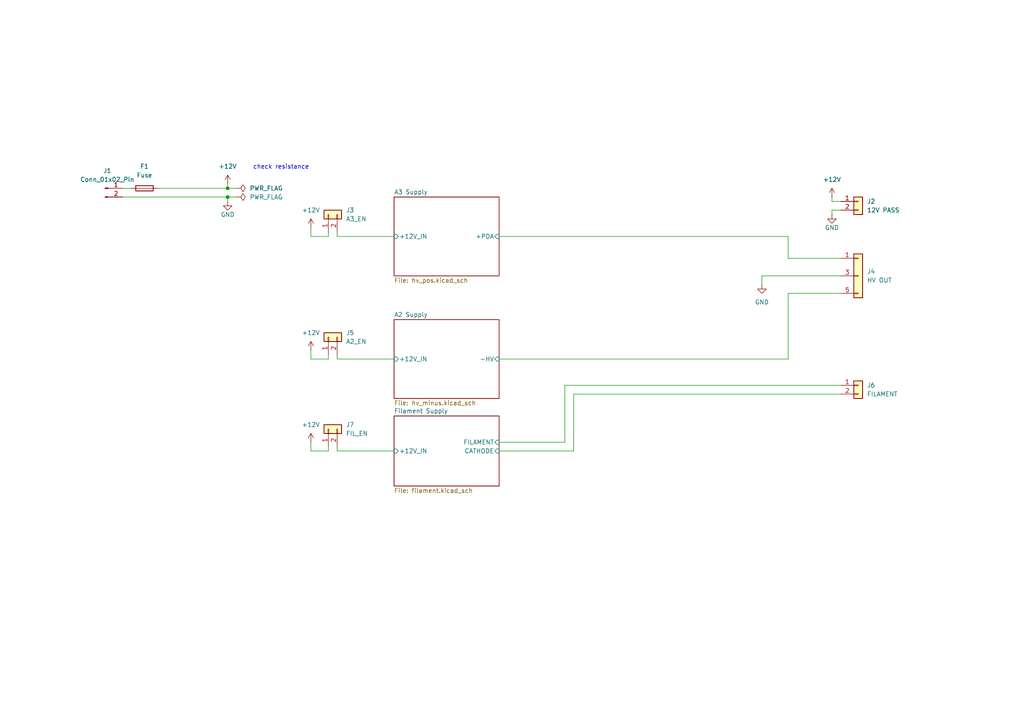
<source format=kicad_sch>
(kicad_sch (version 20250114) (generator "eeschema") (generator_version "9.0")
  (paper "A4")
  (lib_symbols
    (symbol "Connector:Conn_01x02_Pin" (pin_names (offset 1.016) (hide yes))
      (property "Reference" "J" (at 0 2.54 0))
      (property "Value" "Conn_01x02_Pin" (at 0 -5.08 0))
      (symbol "Conn_01x02_Pin_1_1"
        (rectangle (start 0.8636 0.127) (end 0 -0.127) (stroke (width 0.1524)) (fill (type outline)))
        (rectangle (start 0.8636 -2.413) (end 0 -2.667) (stroke (width 0.1524)) (fill (type outline)))
        (polyline (pts (xy 1.27 0) (xy 0.8636 0)) (stroke (width 0.1524)))
        (polyline (pts (xy 1.27 -2.54) (xy 0.8636 -2.54)) (stroke (width 0.1524)))
        (pin passive line (at 5.08 0 180) (length 3.81) (name "Pin_1") (number "1"))
        (pin passive line (at 5.08 -2.54 180) (length 3.81) (name "Pin_2") (number "2"))
      )
    )
    (symbol "Connector_Generic:Conn_01x02" (pin_names (offset 1.016) (hide yes))
      (property "Reference" "J" (at 0 2.54 0))
      (property "Value" "Conn_01x02" (at 0 -5.08 0))
      (symbol "Conn_01x02_1_1"
        (rectangle (start -1.27 1.27) (end 1.27 -3.81) (stroke (width 0.254)) (fill (type background)))
        (rectangle (start -1.27 0.127) (end 0 -0.127) (stroke (width 0.1524)))
        (rectangle (start -1.27 -2.413) (end 0 -2.667) (stroke (width 0.1524)))
        (pin passive line (at -5.08 0 0) (length 3.81) (name "Pin_1") (number "1"))
        (pin passive line (at -5.08 -2.54 0) (length 3.81) (name "Pin_2") (number "2"))
      )
    )
    (symbol "Connector_Generic:Conn_01x05_3P_SP" (pin_names (offset 1.016) (hide yes))
      (property "Reference" "J" (at 0 7.62 0))
      (property "Value" "Conn_01x05" (at 0 -7.62 0))
      (symbol "Conn_01x05_3P_SP_1_1"
        (rectangle (start -1.27 6.35) (end 1.27 -6.35) (stroke (width 0.254)) (fill (type background)))
        (rectangle (start -1.27 5.207) (end 0 4.953) (stroke (width 0.1524)))
        (rectangle (start -1.27 0.127) (end 0 -0.127) (stroke (width 0.1524)))
        (rectangle (start -1.27 -4.953) (end 0 -5.207) (stroke (width 0.1524)))
        (pin passive line (at -5.08 5.08 0) (length 3.81) (name "Pin_1") (number "1"))
        (pin passive line (at -5.08 0 0) (length 3.81) (name "Pin_3") (number "3"))
        (pin passive line (at -5.08 -5.08 0) (length 3.81) (name "Pin_5") (number "5"))
      )
    )
    (symbol "Device:Fuse" (pin_numbers (hide yes)) (pin_names (offset 0))
      (property "Reference" "F" (at 2.032 0 90))
      (property "Value" "Fuse" (at -1.905 0 90))
      (symbol "Fuse_0_1"
        (rectangle (start -0.762 -2.54) (end 0.762 2.54) (stroke (width 0.254)))
        (polyline (pts (xy 0 2.54) (xy 0 -2.54)))
      )
      (symbol "Fuse_1_1"
        (pin passive line (at 0 3.81 270) (length 1.27) (name "~") (number "1"))
        (pin passive line (at 0 -3.81 90) (length 1.27) (name "~") (number "2"))
      )
    )
    (symbol "power:+12V" (power) (pin_numbers (hide yes)) (pin_names (offset 0) (hide yes))
      (property "Value" "+12V" (at 0 3.556 0))
      (symbol "+12V_0_1"
        (polyline (pts (xy -0.762 1.27) (xy 0 2.54)))
        (polyline (pts (xy 0 2.54) (xy 0.762 1.27)))
        (polyline (pts (xy 0 0) (xy 0 2.54)))
      )
      (symbol "+12V_1_1"
        (pin power_in line (at 0 0 90) (length 0) (name "~") (number "1"))
      )
    )
    (symbol "power:GND" (power) (pin_numbers (hide yes)) (pin_names (offset 0) (hide yes))
      (property "Value" "GND" (at 0 -3.81 0))
      (symbol "GND_0_1"
        (polyline (pts (xy 0 0) (xy 0 -1.27) (xy 1.27 -1.27) (xy 0 -2.54) (xy -1.27 -1.27) (xy 0 -1.27)))
      )
      (symbol "GND_1_1"
        (pin power_in line (at 0 0 270) (length 0) (name "~") (number "1"))
      )
    )
    (symbol "power:PWR_FLAG" (power) (pin_numbers (hide yes)) (pin_names (offset 0) (hide yes))
      (property "Value" "PWR_FLAG" (at 0 3.81 0))
      (symbol "PWR_FLAG_0_0"
        (pin power_out line (at 0 0 90) (length 0) (name "~") (number "1"))
      )
      (symbol "PWR_FLAG_0_1"
        (polyline (pts (xy 0 0) (xy 0 1.27) (xy -1.016 1.905) (xy 0 2.54) (xy 1.016 1.905) (xy 0 1.27)))
      )
    )
  )
  (text "check resistance" (at 81.534 48.514 0) (effects (font (size 1.27 1.27))))
  (junction (at 66.04 57.15))
  (junction (at 66.04 54.61))
  (wire (pts (xy 90.17 101.6) (xy 90.17 104.14)))
  (wire (pts (xy 220.98 82.55) (xy 220.98 80.01)))
  (wire (pts (xy 163.83 111.76) (xy 243.84 111.76)))
  (wire (pts (xy 97.79 130.81) (xy 114.3 130.81)))
  (wire (pts (xy 95.25 102.87) (xy 95.25 104.14)))
  (wire (pts (xy 97.79 130.81) (xy 97.79 129.54)))
  (wire (pts (xy 163.83 128.27) (xy 163.83 111.76)))
  (wire (pts (xy 241.3 60.96) (xy 243.84 60.96)))
  (wire (pts (xy 95.25 130.81) (xy 90.17 130.81)))
  (wire (pts (xy 228.6 74.93) (xy 243.84 74.93)))
  (wire (pts (xy 97.79 68.58) (xy 114.3 68.58)))
  (wire (pts (xy 97.79 104.14) (xy 97.79 102.87)))
  (wire (pts (xy 97.79 104.14) (xy 114.3 104.14)))
  (wire (pts (xy 228.6 85.09) (xy 243.84 85.09)))
  (wire (pts (xy 35.56 54.61) (xy 38.1 54.61)))
  (wire (pts (xy 144.78 68.58) (xy 228.6 68.58)))
  (wire (pts (xy 90.17 66.04) (xy 90.17 68.58)))
  (wire (pts (xy 90.17 128.27) (xy 90.17 130.81)))
  (wire (pts (xy 95.25 129.54) (xy 95.25 130.81)))
  (wire (pts (xy 95.25 67.31) (xy 95.25 68.58)))
  (wire (pts (xy 228.6 85.09) (xy 228.6 104.14)))
  (wire (pts (xy 220.98 80.01) (xy 243.84 80.01)))
  (wire (pts (xy 144.78 104.14) (xy 228.6 104.14)))
  (wire (pts (xy 95.25 104.14) (xy 90.17 104.14)))
  (wire (pts (xy 241.3 58.42) (xy 241.3 57.15)))
  (wire (pts (xy 144.78 130.81) (xy 166.37 130.81)))
  (wire (pts (xy 228.6 68.58) (xy 228.6 74.93)))
  (wire (pts (xy 166.37 130.81) (xy 166.37 114.3)))
  (wire (pts (xy 68.58 54.61) (xy 66.04 54.61)))
  (wire (pts (xy 45.72 54.61) (xy 66.04 54.61)))
  (wire (pts (xy 95.25 68.58) (xy 90.17 68.58)))
  (wire (pts (xy 243.84 58.42) (xy 241.3 58.42)))
  (wire (pts (xy 166.37 114.3) (xy 243.84 114.3)))
  (wire (pts (xy 241.3 60.96) (xy 241.3 62.23)))
  (wire (pts (xy 66.04 54.61) (xy 66.04 53.34)))
  (wire (pts (xy 66.04 57.15) (xy 66.04 58.42)))
  (wire (pts (xy 97.79 68.58) (xy 97.79 67.31)))
  (wire (pts (xy 66.04 57.15) (xy 68.58 57.15)))
  (wire (pts (xy 144.78 128.27) (xy 163.83 128.27)))
  (wire (pts (xy 35.56 57.15) (xy 66.04 57.15)))
  (symbol (lib_id "Device:Fuse") (at 41.91 54.61 90) (unit 1)
    (property "Reference" "F1" (at 41.91 48.26 90))
    (property "Value" "Fuse" (at 41.91 50.8 90))
    (property "Footprint" "Fuse:Fuseholder_Littelfuse_Nano2_154x" (effects (hide yes)))
    (property "Description" "Fuse" (effects (hide yes)))
  )
  (symbol (lib_id "Connector_Generic:Conn_01x02") (at 95.25 97.79 90) (unit 1)
    (property "Reference" "J5" (at 100.33 96.5199 90) (effects (justify right)))
    (property "Value" "A2_EN" (at 100.33 99.0599 90) (effects (justify right)))
    (property "Footprint" "Connector_PinHeader_2.54mm:PinHeader_1x02_P2.54mm_Vertical" (effects (hide yes)))
    (property "Description" "Generic connector, single row, 01x02, script generated (kicad-library-utils/schlib/autogen/connector/)" (effects (hide yes)))
  )
  (symbol (lib_id "Connector_Generic:Conn_01x02") (at 248.92 111.76 0) (unit 1)
    (property "Reference" "J6" (at 251.46 111.7599 0) (effects (justify left)))
    (property "Value" "FILAMENT" (at 251.46 114.2999 0) (effects (justify left)))
    (property "Footprint" "Connector_JST:JST_VH_B2P-VH-B_1x02_P3.96mm_Vertical" (effects (hide yes)))
    (property "Description" "Generic connector, single row, 01x02, script generated (kicad-library-utils/schlib/autogen/connector/)" (effects (hide yes)))
  )
  (symbol (lib_id "power:PWR_FLAG") (at 68.58 57.15 270) (unit 1)
    (property "Reference" "#FLG02" (effects (hide yes)))
    (property "Value" "PWR_FLAG" (at 72.39 57.1499 90) (effects (justify left)))
    (property "Description" "Special symbol for telling ERC where power comes from" (effects (hide yes)))
  )
  (symbol (lib_id "power:GND") (at 220.98 82.55 0) (unit 1)
    (property "Reference" "#PWR04" (effects (hide yes)))
    (property "Value" "GND" (at 220.98 87.63 0))
    (property "Description" "Power symbol creates a global label with name \"GND\" , ground" (effects (hide yes)))
  )
  (symbol (lib_id "Connector_Generic:Conn_01x02") (at 95.25 62.23 90) (unit 1)
    (property "Reference" "J3" (at 100.33 60.9599 90) (effects (justify right)))
    (property "Value" "A3_EN" (at 100.33 63.4999 90) (effects (justify right)))
    (property "Footprint" "Connector_PinHeader_2.54mm:PinHeader_1x02_P2.54mm_Vertical" (effects (hide yes)))
    (property "Description" "Generic connector, single row, 01x02, script generated (kicad-library-utils/schlib/autogen/connector/)" (effects (hide yes)))
  )
  (symbol (lib_id "Connector_Generic:Conn_01x02") (at 95.25 124.46 90) (unit 1)
    (property "Reference" "J7" (at 100.33 123.1899 90) (effects (justify right)))
    (property "Value" "FIL_EN" (at 100.33 125.7299 90) (effects (justify right)))
    (property "Footprint" "Connector_PinHeader_2.54mm:PinHeader_1x02_P2.54mm_Vertical" (effects (hide yes)))
    (property "Description" "Generic connector, single row, 01x02, script generated (kicad-library-utils/schlib/autogen/connector/)" (effects (hide yes)))
  )
  (symbol (lib_id "power:+12V") (at 90.17 128.27 0) (unit 1)
    (property "Reference" "#PWR06" (effects (hide yes)))
    (property "Value" "+12V" (at 90.17 123.19 0))
    (property "Description" "Power symbol creates a global label with name \"+12V\"" (effects (hide yes)))
  )
  (symbol (lib_id "power:+12V") (at 241.3 57.15 0) (unit 1)
    (property "Reference" "#PWR052" (effects (hide yes)))
    (property "Value" "+12V" (at 241.3 52.07 0))
    (property "Description" "Power symbol creates a global label with name \"+12V\"" (effects (hide yes)))
  )
  (symbol (lib_id "power:GND") (at 66.04 58.42 0) (unit 1)
    (property "Reference" "#PWR02" (effects (hide yes)))
    (property "Value" "GND" (at 66.04 62.23 0))
    (property "Description" "Power symbol creates a global label with name \"GND\" , ground" (effects (hide yes)))
  )
  (symbol (lib_id "Connector:Conn_01x02_Pin") (at 30.48 54.61 0) (unit 1)
    (property "Reference" "J1" (at 31.115 49.53 0))
    (property "Value" "Conn_01x02_Pin" (at 31.115 52.07 0))
    (property "Footprint" "Connector_Molex:Molex_KK-396_5273-02A_1x02_P3.96mm_Vertical" (effects (hide yes)))
    (property "Description" "Generic connector, single row, 01x02, script generated" (effects (hide yes)))
  )
  (symbol (lib_id "Connector_Generic:Conn_01x05_3P_SP") (at 248.92 80.01 0) (unit 1)
    (property "Reference" "J4" (at 251.46 78.7399 0) (effects (justify left)))
    (property "Value" "HV OUT" (at 251.46 81.2799 0) (effects (justify left)))
    (property "Footprint" "Connector_JST:JST_VH_B5P-VH-B_1x05_P3.96mm_Vertical" (effects (hide yes)))
    (property "Description" "Generic connector, single row, 01x05, script generated (kicad-library-utils/schlib/autogen/connector/)" (effects (hide yes)))
  )
  (symbol (lib_id "power:+12V") (at 90.17 66.04 0) (unit 1)
    (property "Reference" "#PWR03" (effects (hide yes)))
    (property "Value" "+12V" (at 90.17 60.96 0))
    (property "Description" "Power symbol creates a global label with name \"+12V\"" (effects (hide yes)))
  )
  (symbol (lib_id "power:GND") (at 241.3 62.23 0) (unit 1)
    (property "Reference" "#PWR051" (effects (hide yes)))
    (property "Value" "GND" (at 241.3 66.04 0))
    (property "Description" "Power symbol creates a global label with name \"GND\" , ground" (effects (hide yes)))
  )
  (symbol (lib_id "power:+12V") (at 66.04 53.34 0) (unit 1)
    (property "Reference" "#PWR01" (effects (hide yes)))
    (property "Value" "+12V" (at 66.04 48.26 0))
    (property "Description" "Power symbol creates a global label with name \"+12V\"" (effects (hide yes)))
  )
  (symbol (lib_id "power:+12V") (at 90.17 101.6 0) (unit 1)
    (property "Reference" "#PWR05" (effects (hide yes)))
    (property "Value" "+12V" (at 90.17 96.52 0))
    (property "Description" "Power symbol creates a global label with name \"+12V\"" (effects (hide yes)))
  )
  (symbol (lib_id "power:PWR_FLAG") (at 68.58 54.61 270) (unit 1)
    (property "Reference" "#FLG01" (effects (hide yes)))
    (property "Value" "PWR_FLAG" (at 72.39 54.6099 90) (effects (justify left)))
    (property "Description" "Special symbol for telling ERC where power comes from" (effects (hide yes)))
  )
  (symbol (lib_id "Connector_Generic:Conn_01x02") (at 248.92 58.42 0) (unit 1)
    (property "Reference" "J2" (at 251.46 58.4199 0) (effects (justify left)))
    (property "Value" "12V PASS" (at 251.46 60.9599 0) (effects (justify left)))
    (property "Description" "Generic connector, single row, 01x02, script generated (kicad-library-utils/schlib/autogen/connector/)" (effects (hide yes)))
  )
  (sheet (at 114.3 57.15) (size 30.48 22.86) (stroke (width 0.1524))
    (property "Sheetname" "A3 Supply" (at 114.3 56.4384 0) (effects (justify left bottom)))
    (property "Sheetfile" "hv_pos.kicad_sch" (at 114.3 80.5946 0) (effects (justify left top)))
    (pin "+12V_IN" input (at 114.3 68.58 180))
    (pin "+PDA" input (at 144.78 68.58 0))
  )
  (sheet (at 114.3 92.71) (size 30.48 22.86) (stroke (width 0.1524))
    (property "Sheetname" "A2 Supply" (at 114.3 91.9984 0) (effects (justify left bottom)))
    (property "Sheetfile" "hv_minus.kicad_sch" (at 114.3 116.1546 0) (effects (justify left top)))
    (pin "+12V_IN" input (at 114.3 104.14 180))
    (pin "-HV" input (at 144.78 104.14 0))
  )
  (sheet (at 114.3 120.65) (size 30.48 20.32) (stroke (width 0.1524))
    (property "Sheetname" "Filament Supply" (at 114.3 119.9384 0) (effects (justify left bottom)))
    (property "Sheetfile" "filament.kicad_sch" (at 114.3 141.5546 0) (effects (justify left top)))
    (pin "+12V_IN" input (at 114.3 130.81 180))
    (pin "CATHODE" input (at 144.78 130.81 0))
    (pin "FILAMENT" input (at 144.78 128.27 0))
  )
)
</source>
